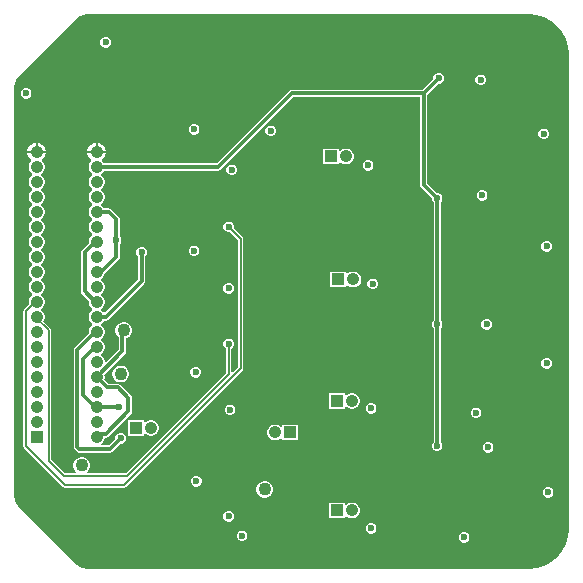
<source format=gbl>
G04*
G04 #@! TF.GenerationSoftware,Altium Limited,Altium Designer,23.3.1 (30)*
G04*
G04 Layer_Physical_Order=4*
G04 Layer_Color=16711680*
%FSLAX24Y24*%
%MOIN*%
G70*
G04*
G04 #@! TF.SameCoordinates,2879F4B0-5C84-431D-B3E2-9D7652F484AD*
G04*
G04*
G04 #@! TF.FilePolarity,Positive*
G04*
G01*
G75*
%ADD34C,0.0120*%
%ADD36C,0.0059*%
%ADD37C,0.0430*%
%ADD38R,0.0413X0.0413*%
%ADD39C,0.0413*%
%ADD40R,0.0413X0.0413*%
%ADD41C,0.0236*%
G36*
X17637Y18726D02*
X17811Y18680D01*
X17978Y18611D01*
X18134Y18520D01*
X18278Y18410D01*
X18405Y18283D01*
X18515Y18139D01*
X18606Y17983D01*
X18675Y17816D01*
X18722Y17641D01*
X18745Y17462D01*
Y17372D01*
Y1624D01*
Y1534D01*
X18722Y1355D01*
X18675Y1180D01*
X18606Y1013D01*
X18515Y857D01*
X18405Y714D01*
X18278Y586D01*
X18134Y476D01*
X17978Y386D01*
X17811Y316D01*
X17637Y270D01*
X17458Y246D01*
X2675D01*
X2560Y269D01*
X2453Y313D01*
X2356Y378D01*
X2315Y419D01*
X414Y2320D01*
X373Y2361D01*
X308Y2458D01*
X264Y2565D01*
X241Y2679D01*
Y2738D01*
Y16258D01*
Y16317D01*
X264Y16431D01*
X308Y16538D01*
X373Y16635D01*
X414Y16676D01*
Y16676D01*
X2315Y18577D01*
X2356Y18618D01*
X2453Y18683D01*
X2560Y18727D01*
X2675Y18750D01*
X2733D01*
Y18750D01*
X17458D01*
X17637Y18726D01*
D02*
G37*
%LPC*%
G36*
X3335Y17977D02*
X3265D01*
X3200Y17950D01*
X3150Y17900D01*
X3123Y17835D01*
Y17765D01*
X3150Y17700D01*
X3200Y17650D01*
X3265Y17623D01*
X3335D01*
X3400Y17650D01*
X3450Y17700D01*
X3477Y17765D01*
Y17835D01*
X3450Y17900D01*
X3400Y17950D01*
X3335Y17977D01*
D02*
G37*
G36*
X15835Y16727D02*
X15765D01*
X15700Y16700D01*
X15650Y16650D01*
X15623Y16585D01*
Y16515D01*
X15650Y16450D01*
X15700Y16400D01*
X15765Y16373D01*
X15835D01*
X15900Y16400D01*
X15950Y16450D01*
X15977Y16515D01*
Y16585D01*
X15950Y16650D01*
X15900Y16700D01*
X15835Y16727D01*
D02*
G37*
G36*
X685Y16277D02*
X615D01*
X550Y16250D01*
X500Y16200D01*
X473Y16135D01*
Y16065D01*
X500Y16000D01*
X550Y15950D01*
X615Y15923D01*
X685D01*
X750Y15950D01*
X800Y16000D01*
X827Y16065D01*
Y16135D01*
X800Y16200D01*
X750Y16250D01*
X685Y16277D01*
D02*
G37*
G36*
X6285Y15077D02*
X6215D01*
X6150Y15050D01*
X6100Y15000D01*
X6073Y14935D01*
Y14865D01*
X6100Y14800D01*
X6150Y14750D01*
X6215Y14723D01*
X6285D01*
X6350Y14750D01*
X6400Y14800D01*
X6427Y14865D01*
Y14935D01*
X6400Y15000D01*
X6350Y15050D01*
X6285Y15077D01*
D02*
G37*
G36*
X8835Y15027D02*
X8765D01*
X8700Y15000D01*
X8650Y14950D01*
X8623Y14885D01*
Y14815D01*
X8650Y14750D01*
X8700Y14700D01*
X8765Y14673D01*
X8835D01*
X8900Y14700D01*
X8950Y14750D01*
X8977Y14815D01*
Y14885D01*
X8950Y14950D01*
X8900Y15000D01*
X8835Y15027D01*
D02*
G37*
G36*
X17935Y14927D02*
X17865D01*
X17800Y14900D01*
X17750Y14850D01*
X17723Y14785D01*
Y14715D01*
X17750Y14650D01*
X17800Y14600D01*
X17865Y14573D01*
X17935D01*
X18000Y14600D01*
X18050Y14650D01*
X18077Y14715D01*
Y14785D01*
X18050Y14850D01*
X18000Y14900D01*
X17935Y14927D01*
D02*
G37*
G36*
X11335Y14266D02*
X11265D01*
X11197Y14248D01*
X11137Y14213D01*
X11116Y14192D01*
X11066Y14212D01*
Y14266D01*
X10534D01*
Y13734D01*
X11066D01*
Y13788D01*
X11116Y13808D01*
X11137Y13787D01*
X11197Y13752D01*
X11265Y13734D01*
X11335D01*
X11403Y13752D01*
X11463Y13787D01*
X11513Y13837D01*
X11548Y13897D01*
X11566Y13965D01*
Y14035D01*
X11548Y14103D01*
X11513Y14163D01*
X11463Y14213D01*
X11403Y14248D01*
X11335Y14266D01*
D02*
G37*
G36*
X3040Y14457D02*
X3030D01*
Y14180D01*
X3307D01*
Y14190D01*
X3286Y14268D01*
X3245Y14338D01*
X3188Y14395D01*
X3118Y14436D01*
X3040Y14457D01*
D02*
G37*
G36*
X1040D02*
X1030D01*
Y14180D01*
X1307D01*
Y14190D01*
X1286Y14268D01*
X1245Y14338D01*
X1188Y14395D01*
X1118Y14436D01*
X1040Y14457D01*
D02*
G37*
G36*
X970D02*
X960D01*
X882Y14436D01*
X812Y14395D01*
X755Y14338D01*
X714Y14268D01*
X693Y14190D01*
Y14180D01*
X970D01*
Y14457D01*
D02*
G37*
G36*
X2970D02*
X2960D01*
X2882Y14436D01*
X2812Y14395D01*
X2755Y14338D01*
X2714Y14268D01*
X2693Y14190D01*
Y14180D01*
X2970D01*
Y14457D01*
D02*
G37*
G36*
X12085Y13877D02*
X12015D01*
X11950Y13850D01*
X11900Y13800D01*
X11873Y13735D01*
Y13665D01*
X11900Y13600D01*
X11950Y13550D01*
X12015Y13523D01*
X12085D01*
X12150Y13550D01*
X12200Y13600D01*
X12227Y13665D01*
Y13735D01*
X12200Y13800D01*
X12150Y13850D01*
X12085Y13877D01*
D02*
G37*
G36*
X7535Y13727D02*
X7465D01*
X7400Y13700D01*
X7350Y13650D01*
X7323Y13585D01*
Y13515D01*
X7350Y13450D01*
X7400Y13400D01*
X7465Y13373D01*
X7535D01*
X7600Y13400D01*
X7650Y13450D01*
X7677Y13515D01*
Y13585D01*
X7650Y13650D01*
X7600Y13700D01*
X7535Y13727D01*
D02*
G37*
G36*
X15885Y12877D02*
X15815D01*
X15750Y12850D01*
X15700Y12800D01*
X15673Y12735D01*
Y12665D01*
X15700Y12600D01*
X15750Y12550D01*
X15815Y12523D01*
X15885D01*
X15950Y12550D01*
X16000Y12600D01*
X16027Y12665D01*
Y12735D01*
X16000Y12800D01*
X15950Y12850D01*
X15885Y12877D01*
D02*
G37*
G36*
X18035Y11177D02*
X17965D01*
X17900Y11150D01*
X17850Y11100D01*
X17823Y11035D01*
Y10965D01*
X17850Y10900D01*
X17900Y10850D01*
X17965Y10823D01*
X18035D01*
X18100Y10850D01*
X18150Y10900D01*
X18177Y10965D01*
Y11035D01*
X18150Y11100D01*
X18100Y11150D01*
X18035Y11177D01*
D02*
G37*
G36*
X6285Y11027D02*
X6215D01*
X6150Y11000D01*
X6100Y10950D01*
X6073Y10885D01*
Y10815D01*
X6100Y10750D01*
X6150Y10700D01*
X6215Y10673D01*
X6285D01*
X6350Y10700D01*
X6400Y10750D01*
X6427Y10815D01*
Y10885D01*
X6400Y10950D01*
X6350Y11000D01*
X6285Y11027D01*
D02*
G37*
G36*
X11585Y10166D02*
X11515D01*
X11447Y10148D01*
X11387Y10113D01*
X11366Y10092D01*
X11316Y10112D01*
Y10166D01*
X10784D01*
Y9634D01*
X11316D01*
Y9688D01*
X11366Y9708D01*
X11387Y9687D01*
X11447Y9652D01*
X11515Y9634D01*
X11585D01*
X11653Y9652D01*
X11713Y9687D01*
X11763Y9737D01*
X11798Y9797D01*
X11816Y9865D01*
Y9935D01*
X11798Y10003D01*
X11763Y10063D01*
X11713Y10113D01*
X11653Y10148D01*
X11585Y10166D01*
D02*
G37*
G36*
X12235Y9927D02*
X12165D01*
X12100Y9900D01*
X12050Y9850D01*
X12023Y9785D01*
Y9715D01*
X12050Y9650D01*
X12100Y9600D01*
X12165Y9573D01*
X12235D01*
X12300Y9600D01*
X12350Y9650D01*
X12377Y9715D01*
Y9785D01*
X12350Y9850D01*
X12300Y9900D01*
X12235Y9927D01*
D02*
G37*
G36*
X7435Y9777D02*
X7365D01*
X7300Y9750D01*
X7250Y9700D01*
X7223Y9635D01*
Y9565D01*
X7250Y9500D01*
X7300Y9450D01*
X7365Y9423D01*
X7435D01*
X7500Y9450D01*
X7550Y9500D01*
X7577Y9565D01*
Y9635D01*
X7550Y9700D01*
X7500Y9750D01*
X7435Y9777D01*
D02*
G37*
G36*
X16035Y8577D02*
X15965D01*
X15900Y8550D01*
X15850Y8500D01*
X15823Y8435D01*
Y8365D01*
X15850Y8300D01*
X15900Y8250D01*
X15965Y8223D01*
X16035D01*
X16100Y8250D01*
X16150Y8300D01*
X16177Y8365D01*
Y8435D01*
X16150Y8500D01*
X16100Y8550D01*
X16035Y8577D01*
D02*
G37*
G36*
X18035Y7277D02*
X17965D01*
X17900Y7250D01*
X17850Y7200D01*
X17823Y7135D01*
Y7065D01*
X17850Y7000D01*
X17900Y6950D01*
X17965Y6923D01*
X18035D01*
X18100Y6950D01*
X18150Y7000D01*
X18177Y7065D01*
Y7135D01*
X18150Y7200D01*
X18100Y7250D01*
X18035Y7277D01*
D02*
G37*
G36*
X6339Y6981D02*
X6269D01*
X6204Y6954D01*
X6154Y6904D01*
X6127Y6839D01*
Y6769D01*
X6154Y6704D01*
X6204Y6654D01*
X6269Y6627D01*
X6339D01*
X6404Y6654D01*
X6454Y6704D01*
X6481Y6769D01*
Y6839D01*
X6454Y6904D01*
X6404Y6954D01*
X6339Y6981D01*
D02*
G37*
G36*
X3836Y7024D02*
X3764D01*
X3694Y7005D01*
X3632Y6969D01*
X3581Y6918D01*
X3545Y6856D01*
X3526Y6786D01*
Y6714D01*
X3545Y6644D01*
X3581Y6582D01*
X3632Y6531D01*
X3694Y6495D01*
X3764Y6476D01*
X3836D01*
X3906Y6495D01*
X3968Y6531D01*
X4019Y6582D01*
X4055Y6644D01*
X4074Y6714D01*
Y6786D01*
X4055Y6856D01*
X4019Y6918D01*
X3968Y6969D01*
X3906Y7005D01*
X3836Y7024D01*
D02*
G37*
G36*
X11535Y6116D02*
X11465D01*
X11397Y6098D01*
X11337Y6063D01*
X11316Y6042D01*
X11266Y6062D01*
Y6116D01*
X10734D01*
Y5584D01*
X11266D01*
Y5638D01*
X11316Y5658D01*
X11337Y5637D01*
X11397Y5602D01*
X11465Y5584D01*
X11535D01*
X11603Y5602D01*
X11663Y5637D01*
X11713Y5687D01*
X11748Y5747D01*
X11766Y5815D01*
Y5885D01*
X11748Y5953D01*
X11713Y6013D01*
X11663Y6063D01*
X11603Y6098D01*
X11535Y6116D01*
D02*
G37*
G36*
X12185Y5777D02*
X12115D01*
X12050Y5750D01*
X12000Y5700D01*
X11973Y5635D01*
Y5565D01*
X12000Y5500D01*
X12050Y5450D01*
X12115Y5423D01*
X12185D01*
X12250Y5450D01*
X12300Y5500D01*
X12327Y5565D01*
Y5635D01*
X12300Y5700D01*
X12250Y5750D01*
X12185Y5777D01*
D02*
G37*
G36*
X7485Y5727D02*
X7415D01*
X7350Y5700D01*
X7300Y5650D01*
X7273Y5585D01*
Y5515D01*
X7300Y5450D01*
X7350Y5400D01*
X7415Y5373D01*
X7485D01*
X7550Y5400D01*
X7600Y5450D01*
X7627Y5515D01*
Y5585D01*
X7600Y5650D01*
X7550Y5700D01*
X7485Y5727D01*
D02*
G37*
G36*
X15685Y5627D02*
X15615D01*
X15550Y5600D01*
X15500Y5550D01*
X15473Y5485D01*
Y5415D01*
X15500Y5350D01*
X15550Y5300D01*
X15615Y5273D01*
X15685D01*
X15750Y5300D01*
X15800Y5350D01*
X15827Y5415D01*
Y5485D01*
X15800Y5550D01*
X15750Y5600D01*
X15685Y5627D01*
D02*
G37*
G36*
X4835Y5216D02*
X4765D01*
X4697Y5198D01*
X4637Y5163D01*
X4616Y5142D01*
X4566Y5162D01*
Y5216D01*
X4034D01*
Y4684D01*
X4566D01*
Y4738D01*
X4616Y4758D01*
X4637Y4737D01*
X4697Y4702D01*
X4765Y4684D01*
X4835D01*
X4903Y4702D01*
X4963Y4737D01*
X5013Y4787D01*
X5048Y4847D01*
X5066Y4915D01*
Y4985D01*
X5048Y5053D01*
X5013Y5113D01*
X4963Y5163D01*
X4903Y5198D01*
X4835Y5216D01*
D02*
G37*
G36*
X9716Y5066D02*
X9184D01*
Y5012D01*
X9134Y4992D01*
X9113Y5013D01*
X9053Y5048D01*
X8985Y5066D01*
X8915D01*
X8847Y5048D01*
X8787Y5013D01*
X8737Y4963D01*
X8702Y4903D01*
X8684Y4835D01*
Y4765D01*
X8702Y4697D01*
X8737Y4637D01*
X8787Y4587D01*
X8847Y4552D01*
X8915Y4534D01*
X8985D01*
X9053Y4552D01*
X9113Y4587D01*
X9134Y4608D01*
X9184Y4588D01*
Y4534D01*
X9716D01*
Y5066D01*
D02*
G37*
G36*
X14435Y16777D02*
X14365D01*
X14300Y16750D01*
X14250Y16700D01*
X14223Y16635D01*
Y16595D01*
X13850Y16221D01*
X9500D01*
X9454Y16212D01*
X9414Y16186D01*
X9414Y16186D01*
X7000Y13771D01*
X3237D01*
X3213Y13813D01*
X3182Y13843D01*
X3186Y13903D01*
X3188Y13905D01*
X3245Y13962D01*
X3286Y14032D01*
X3307Y14110D01*
Y14120D01*
X3000D01*
X2693D01*
Y14110D01*
X2714Y14032D01*
X2755Y13962D01*
X2812Y13905D01*
X2814Y13903D01*
X2818Y13843D01*
X2787Y13813D01*
X2752Y13753D01*
X2734Y13685D01*
Y13615D01*
X2752Y13547D01*
X2787Y13487D01*
X2837Y13437D01*
X2852Y13429D01*
Y13371D01*
X2837Y13363D01*
X2787Y13313D01*
X2752Y13253D01*
X2734Y13185D01*
Y13115D01*
X2752Y13047D01*
X2787Y12987D01*
X2837Y12937D01*
X2852Y12929D01*
Y12871D01*
X2837Y12863D01*
X2787Y12813D01*
X2752Y12753D01*
X2734Y12685D01*
Y12615D01*
X2752Y12547D01*
X2787Y12487D01*
X2837Y12437D01*
X2852Y12429D01*
Y12371D01*
X2837Y12363D01*
X2787Y12313D01*
X2752Y12253D01*
X2734Y12185D01*
Y12115D01*
X2752Y12047D01*
X2787Y11987D01*
X2837Y11937D01*
X2852Y11929D01*
Y11871D01*
X2837Y11863D01*
X2787Y11813D01*
X2752Y11753D01*
X2734Y11685D01*
Y11615D01*
X2752Y11547D01*
X2787Y11487D01*
X2837Y11437D01*
X2852Y11429D01*
Y11371D01*
X2837Y11363D01*
X2787Y11313D01*
X2752Y11253D01*
X2734Y11185D01*
Y11115D01*
X2736Y11108D01*
X2514Y10886D01*
X2488Y10846D01*
X2479Y10800D01*
X2479Y10800D01*
Y9500D01*
X2479Y9500D01*
X2488Y9454D01*
X2514Y9414D01*
X2736Y9192D01*
X2734Y9185D01*
Y9115D01*
X2752Y9047D01*
X2787Y8987D01*
X2837Y8937D01*
X2852Y8929D01*
Y8871D01*
X2837Y8863D01*
X2787Y8813D01*
X2752Y8753D01*
X2734Y8685D01*
Y8615D01*
X2752Y8547D01*
X2787Y8487D01*
X2837Y8437D01*
X2852Y8429D01*
Y8371D01*
X2837Y8363D01*
X2787Y8313D01*
X2752Y8253D01*
X2734Y8185D01*
Y8115D01*
X2736Y8108D01*
X2264Y7636D01*
X2238Y7596D01*
X2229Y7550D01*
X2229Y7550D01*
Y4320D01*
X2229Y4320D01*
X2238Y4274D01*
X2264Y4234D01*
X2334Y4164D01*
X2334Y4164D01*
X2374Y4138D01*
X2420Y4129D01*
X2420Y4129D01*
X3450D01*
X3450Y4129D01*
X3496Y4138D01*
X3536Y4164D01*
X3794Y4423D01*
X3835D01*
X3900Y4450D01*
X3950Y4500D01*
X3977Y4565D01*
Y4635D01*
X3950Y4700D01*
X3900Y4750D01*
X3835Y4777D01*
X3765D01*
X3700Y4750D01*
X3650Y4700D01*
X3623Y4635D01*
Y4595D01*
X3400Y4371D01*
X3149D01*
X3136Y4421D01*
X3163Y4437D01*
X3213Y4487D01*
X3248Y4547D01*
X3266Y4615D01*
X3300Y4629D01*
X3346Y4638D01*
X3386Y4664D01*
X4136Y5414D01*
X4136Y5414D01*
X4162Y5454D01*
X4171Y5500D01*
Y5950D01*
X4171Y5950D01*
X4162Y5996D01*
X4136Y6036D01*
X4136Y6036D01*
X3786Y6386D01*
X3746Y6412D01*
X3700Y6421D01*
X3700Y6421D01*
X3400D01*
X3253Y6568D01*
X3266Y6615D01*
Y6685D01*
X3253Y6732D01*
X3936Y7414D01*
X3936Y7414D01*
X3962Y7454D01*
X3971Y7500D01*
X3971Y7500D01*
Y7935D01*
X4006Y7945D01*
X4068Y7981D01*
X4119Y8032D01*
X4155Y8094D01*
X4174Y8164D01*
Y8236D01*
X4155Y8306D01*
X4119Y8368D01*
X4068Y8419D01*
X4006Y8455D01*
X3936Y8474D01*
X3864D01*
X3794Y8455D01*
X3732Y8419D01*
X3681Y8368D01*
X3645Y8306D01*
X3626Y8236D01*
Y8164D01*
X3645Y8094D01*
X3681Y8032D01*
X3729Y7984D01*
Y7550D01*
X3316Y7137D01*
X3266Y7158D01*
Y7185D01*
X3248Y7253D01*
X3213Y7313D01*
X3163Y7363D01*
X3148Y7371D01*
Y7429D01*
X3163Y7437D01*
X3213Y7487D01*
X3248Y7547D01*
X3266Y7615D01*
Y7685D01*
X3248Y7753D01*
X3213Y7813D01*
X3163Y7863D01*
X3148Y7871D01*
Y7929D01*
X3163Y7937D01*
X3213Y7987D01*
X3248Y8047D01*
X3266Y8115D01*
Y8185D01*
X3248Y8253D01*
X3213Y8313D01*
X3163Y8363D01*
X3148Y8371D01*
Y8429D01*
X3163Y8437D01*
X3213Y8487D01*
X3237Y8529D01*
X3300D01*
X3300Y8529D01*
X3346Y8538D01*
X3386Y8564D01*
X4586Y9764D01*
X4586Y9764D01*
X4612Y9804D01*
X4621Y9850D01*
Y10671D01*
X4650Y10700D01*
X4677Y10765D01*
Y10835D01*
X4650Y10900D01*
X4600Y10950D01*
X4535Y10977D01*
X4465D01*
X4400Y10950D01*
X4350Y10900D01*
X4323Y10835D01*
Y10765D01*
X4350Y10700D01*
X4379Y10671D01*
Y9900D01*
X3278Y8800D01*
X3216Y8808D01*
X3213Y8813D01*
X3163Y8863D01*
X3148Y8871D01*
Y8929D01*
X3163Y8937D01*
X3213Y8987D01*
X3248Y9047D01*
X3266Y9115D01*
Y9185D01*
X3248Y9253D01*
X3213Y9313D01*
X3163Y9363D01*
X3148Y9371D01*
Y9429D01*
X3163Y9437D01*
X3213Y9487D01*
X3248Y9547D01*
X3266Y9615D01*
Y9685D01*
X3248Y9753D01*
X3213Y9813D01*
X3163Y9863D01*
X3148Y9871D01*
Y9929D01*
X3163Y9937D01*
X3213Y9987D01*
X3248Y10047D01*
X3258Y10086D01*
X3736Y10564D01*
X3736Y10564D01*
X3762Y10604D01*
X3771Y10650D01*
X3771Y10650D01*
Y11071D01*
X3800Y11100D01*
X3827Y11165D01*
Y11235D01*
X3800Y11300D01*
X3771Y11329D01*
Y11900D01*
X3762Y11946D01*
X3736Y11986D01*
X3736Y11986D01*
X3486Y12236D01*
X3446Y12262D01*
X3400Y12271D01*
X3400Y12271D01*
X3237D01*
X3213Y12313D01*
X3163Y12363D01*
X3148Y12371D01*
Y12429D01*
X3163Y12437D01*
X3213Y12487D01*
X3248Y12547D01*
X3266Y12615D01*
Y12685D01*
X3248Y12753D01*
X3213Y12813D01*
X3163Y12863D01*
X3148Y12871D01*
Y12929D01*
X3163Y12937D01*
X3213Y12987D01*
X3248Y13047D01*
X3266Y13115D01*
Y13185D01*
X3248Y13253D01*
X3213Y13313D01*
X3163Y13363D01*
X3148Y13371D01*
Y13429D01*
X3163Y13437D01*
X3213Y13487D01*
X3237Y13529D01*
X7050D01*
X7050Y13529D01*
X7096Y13538D01*
X7136Y13564D01*
X9550Y15979D01*
X13779D01*
Y13050D01*
X13779Y13050D01*
X13788Y13004D01*
X13814Y12964D01*
X14173Y12606D01*
Y12565D01*
X14200Y12500D01*
X14229Y12471D01*
Y8529D01*
X14200Y8500D01*
X14173Y8435D01*
Y8365D01*
X14200Y8300D01*
X14229Y8271D01*
Y4479D01*
X14200Y4450D01*
X14173Y4385D01*
Y4315D01*
X14200Y4250D01*
X14250Y4200D01*
X14315Y4173D01*
X14385D01*
X14450Y4200D01*
X14500Y4250D01*
X14527Y4315D01*
Y4385D01*
X14500Y4450D01*
X14471Y4479D01*
Y8271D01*
X14500Y8300D01*
X14527Y8365D01*
Y8435D01*
X14500Y8500D01*
X14471Y8529D01*
Y12471D01*
X14500Y12500D01*
X14527Y12565D01*
Y12635D01*
X14500Y12700D01*
X14450Y12750D01*
X14385Y12777D01*
X14345D01*
X14021Y13100D01*
Y16050D01*
X14395Y16423D01*
X14435D01*
X14500Y16450D01*
X14550Y16500D01*
X14577Y16565D01*
Y16635D01*
X14550Y16700D01*
X14500Y16750D01*
X14435Y16777D01*
D02*
G37*
G36*
X16085Y4477D02*
X16015D01*
X15950Y4450D01*
X15900Y4400D01*
X15873Y4335D01*
Y4265D01*
X15900Y4200D01*
X15950Y4150D01*
X16015Y4123D01*
X16085D01*
X16150Y4150D01*
X16200Y4200D01*
X16227Y4265D01*
Y4335D01*
X16200Y4400D01*
X16150Y4450D01*
X16085Y4477D01*
D02*
G37*
G36*
X6360Y3352D02*
X6290D01*
X6225Y3325D01*
X6175Y3275D01*
X6148Y3210D01*
Y3140D01*
X6175Y3075D01*
X6225Y3025D01*
X6290Y2998D01*
X6360D01*
X6425Y3025D01*
X6475Y3075D01*
X6502Y3140D01*
Y3210D01*
X6475Y3275D01*
X6425Y3325D01*
X6360Y3352D01*
D02*
G37*
G36*
X1307Y14120D02*
X1000D01*
X693D01*
Y14110D01*
X714Y14032D01*
X755Y13962D01*
X812Y13905D01*
X814Y13903D01*
X818Y13843D01*
X787Y13813D01*
X752Y13753D01*
X734Y13685D01*
Y13615D01*
X752Y13547D01*
X787Y13487D01*
X837Y13437D01*
X852Y13429D01*
Y13371D01*
X837Y13363D01*
X787Y13313D01*
X752Y13253D01*
X734Y13185D01*
Y13115D01*
X752Y13047D01*
X787Y12987D01*
X837Y12937D01*
X852Y12929D01*
Y12871D01*
X837Y12863D01*
X787Y12813D01*
X752Y12753D01*
X734Y12685D01*
Y12615D01*
X752Y12547D01*
X787Y12487D01*
X837Y12437D01*
X852Y12429D01*
Y12371D01*
X837Y12363D01*
X787Y12313D01*
X752Y12253D01*
X734Y12185D01*
Y12115D01*
X752Y12047D01*
X787Y11987D01*
X837Y11937D01*
X852Y11929D01*
Y11871D01*
X837Y11863D01*
X787Y11813D01*
X752Y11753D01*
X734Y11685D01*
Y11615D01*
X752Y11547D01*
X787Y11487D01*
X837Y11437D01*
X852Y11429D01*
Y11371D01*
X837Y11363D01*
X787Y11313D01*
X752Y11253D01*
X734Y11185D01*
Y11115D01*
X752Y11047D01*
X787Y10987D01*
X837Y10937D01*
X852Y10929D01*
Y10871D01*
X837Y10863D01*
X787Y10813D01*
X752Y10753D01*
X734Y10685D01*
Y10615D01*
X752Y10547D01*
X787Y10487D01*
X837Y10437D01*
X852Y10429D01*
Y10371D01*
X837Y10363D01*
X787Y10313D01*
X752Y10253D01*
X734Y10185D01*
Y10115D01*
X752Y10047D01*
X787Y9987D01*
X837Y9937D01*
X852Y9929D01*
Y9871D01*
X837Y9863D01*
X787Y9813D01*
X752Y9753D01*
X734Y9685D01*
Y9615D01*
X752Y9547D01*
X787Y9487D01*
X837Y9437D01*
X852Y9429D01*
Y9371D01*
X837Y9363D01*
X787Y9313D01*
X752Y9253D01*
X734Y9185D01*
Y9115D01*
X745Y9073D01*
X586Y8914D01*
X567Y8885D01*
X560Y8850D01*
Y4350D01*
X567Y4315D01*
X586Y4286D01*
X1886Y2986D01*
X1915Y2967D01*
X1950Y2960D01*
X1950Y2960D01*
X3900D01*
X3935Y2967D01*
X3964Y2986D01*
X7864Y6886D01*
X7883Y6915D01*
X7890Y6950D01*
Y11250D01*
X7883Y11285D01*
X7864Y11314D01*
X7864Y11314D01*
X7573Y11605D01*
X7577Y11615D01*
Y11685D01*
X7550Y11750D01*
X7500Y11800D01*
X7435Y11827D01*
X7365D01*
X7300Y11800D01*
X7250Y11750D01*
X7223Y11685D01*
Y11615D01*
X7250Y11550D01*
X7300Y11500D01*
X7365Y11473D01*
X7435D01*
X7445Y11477D01*
X7710Y11213D01*
Y6987D01*
X7537Y6814D01*
X7490Y6833D01*
Y7596D01*
X7500Y7600D01*
X7550Y7650D01*
X7577Y7715D01*
Y7785D01*
X7550Y7850D01*
X7500Y7900D01*
X7435Y7927D01*
X7365D01*
X7300Y7900D01*
X7250Y7850D01*
X7223Y7785D01*
Y7715D01*
X7250Y7650D01*
X7300Y7600D01*
X7310Y7596D01*
Y6787D01*
X3963Y3440D01*
X2696D01*
X2689Y3450D01*
X2678Y3490D01*
X2719Y3532D01*
X2755Y3594D01*
X2774Y3664D01*
Y3736D01*
X2755Y3806D01*
X2719Y3868D01*
X2668Y3919D01*
X2606Y3955D01*
X2536Y3974D01*
X2464D01*
X2394Y3955D01*
X2332Y3919D01*
X2281Y3868D01*
X2245Y3806D01*
X2226Y3736D01*
Y3664D01*
X2245Y3594D01*
X2281Y3532D01*
X2322Y3490D01*
X2311Y3450D01*
X2304Y3440D01*
X1937D01*
X1490Y3887D01*
Y8200D01*
X1483Y8235D01*
X1464Y8264D01*
X1223Y8505D01*
X1248Y8547D01*
X1266Y8615D01*
Y8685D01*
X1248Y8753D01*
X1213Y8813D01*
X1163Y8863D01*
X1148Y8871D01*
Y8929D01*
X1163Y8937D01*
X1213Y8987D01*
X1248Y9047D01*
X1266Y9115D01*
Y9185D01*
X1248Y9253D01*
X1213Y9313D01*
X1163Y9363D01*
X1148Y9371D01*
Y9429D01*
X1163Y9437D01*
X1213Y9487D01*
X1248Y9547D01*
X1266Y9615D01*
Y9685D01*
X1248Y9753D01*
X1213Y9813D01*
X1163Y9863D01*
X1148Y9871D01*
Y9929D01*
X1163Y9937D01*
X1213Y9987D01*
X1248Y10047D01*
X1266Y10115D01*
Y10185D01*
X1248Y10253D01*
X1213Y10313D01*
X1163Y10363D01*
X1148Y10371D01*
Y10429D01*
X1163Y10437D01*
X1213Y10487D01*
X1248Y10547D01*
X1266Y10615D01*
Y10685D01*
X1248Y10753D01*
X1213Y10813D01*
X1163Y10863D01*
X1148Y10871D01*
Y10929D01*
X1163Y10937D01*
X1213Y10987D01*
X1248Y11047D01*
X1266Y11115D01*
Y11185D01*
X1248Y11253D01*
X1213Y11313D01*
X1163Y11363D01*
X1148Y11371D01*
Y11429D01*
X1163Y11437D01*
X1213Y11487D01*
X1248Y11547D01*
X1266Y11615D01*
Y11685D01*
X1248Y11753D01*
X1213Y11813D01*
X1163Y11863D01*
X1148Y11871D01*
Y11929D01*
X1163Y11937D01*
X1213Y11987D01*
X1248Y12047D01*
X1266Y12115D01*
Y12185D01*
X1248Y12253D01*
X1213Y12313D01*
X1163Y12363D01*
X1148Y12371D01*
Y12429D01*
X1163Y12437D01*
X1213Y12487D01*
X1248Y12547D01*
X1266Y12615D01*
Y12685D01*
X1248Y12753D01*
X1213Y12813D01*
X1163Y12863D01*
X1148Y12871D01*
Y12929D01*
X1163Y12937D01*
X1213Y12987D01*
X1248Y13047D01*
X1266Y13115D01*
Y13185D01*
X1248Y13253D01*
X1213Y13313D01*
X1163Y13363D01*
X1148Y13371D01*
Y13429D01*
X1163Y13437D01*
X1213Y13487D01*
X1248Y13547D01*
X1266Y13615D01*
Y13685D01*
X1248Y13753D01*
X1213Y13813D01*
X1182Y13843D01*
X1186Y13903D01*
X1188Y13905D01*
X1245Y13962D01*
X1286Y14032D01*
X1307Y14110D01*
Y14120D01*
D02*
G37*
G36*
X8636Y3174D02*
X8564D01*
X8494Y3155D01*
X8432Y3119D01*
X8381Y3068D01*
X8345Y3006D01*
X8326Y2936D01*
Y2864D01*
X8345Y2794D01*
X8381Y2732D01*
X8432Y2681D01*
X8494Y2645D01*
X8564Y2626D01*
X8636D01*
X8706Y2645D01*
X8768Y2681D01*
X8819Y2732D01*
X8855Y2794D01*
X8874Y2864D01*
Y2936D01*
X8855Y3006D01*
X8819Y3068D01*
X8768Y3119D01*
X8706Y3155D01*
X8636Y3174D01*
D02*
G37*
G36*
X18085Y2977D02*
X18015D01*
X17950Y2950D01*
X17900Y2900D01*
X17873Y2835D01*
Y2765D01*
X17900Y2700D01*
X17950Y2650D01*
X18015Y2623D01*
X18085D01*
X18150Y2650D01*
X18200Y2700D01*
X18227Y2765D01*
Y2835D01*
X18200Y2900D01*
X18150Y2950D01*
X18085Y2977D01*
D02*
G37*
G36*
X11535Y2466D02*
X11465D01*
X11397Y2448D01*
X11337Y2413D01*
X11316Y2392D01*
X11266Y2412D01*
Y2466D01*
X10734D01*
Y1934D01*
X11266D01*
Y1988D01*
X11316Y2008D01*
X11337Y1987D01*
X11397Y1952D01*
X11465Y1934D01*
X11535D01*
X11603Y1952D01*
X11663Y1987D01*
X11713Y2037D01*
X11748Y2097D01*
X11766Y2165D01*
Y2235D01*
X11748Y2303D01*
X11713Y2363D01*
X11663Y2413D01*
X11603Y2448D01*
X11535Y2466D01*
D02*
G37*
G36*
X7435Y2177D02*
X7365D01*
X7300Y2150D01*
X7250Y2100D01*
X7223Y2035D01*
Y1965D01*
X7250Y1900D01*
X7300Y1850D01*
X7365Y1823D01*
X7435D01*
X7500Y1850D01*
X7550Y1900D01*
X7577Y1965D01*
Y2035D01*
X7550Y2100D01*
X7500Y2150D01*
X7435Y2177D01*
D02*
G37*
G36*
X12185Y1777D02*
X12115D01*
X12050Y1750D01*
X12000Y1700D01*
X11973Y1635D01*
Y1565D01*
X12000Y1500D01*
X12050Y1450D01*
X12115Y1423D01*
X12185D01*
X12250Y1450D01*
X12300Y1500D01*
X12327Y1565D01*
Y1635D01*
X12300Y1700D01*
X12250Y1750D01*
X12185Y1777D01*
D02*
G37*
G36*
X7885Y1527D02*
X7815D01*
X7750Y1500D01*
X7700Y1450D01*
X7673Y1385D01*
Y1315D01*
X7700Y1250D01*
X7750Y1200D01*
X7815Y1173D01*
X7885D01*
X7950Y1200D01*
X8000Y1250D01*
X8027Y1315D01*
Y1385D01*
X8000Y1450D01*
X7950Y1500D01*
X7885Y1527D01*
D02*
G37*
G36*
X15285Y1477D02*
X15215D01*
X15150Y1450D01*
X15100Y1400D01*
X15073Y1335D01*
Y1265D01*
X15100Y1200D01*
X15150Y1150D01*
X15215Y1123D01*
X15285D01*
X15350Y1150D01*
X15400Y1200D01*
X15427Y1265D01*
Y1335D01*
X15400Y1400D01*
X15350Y1450D01*
X15285Y1477D01*
D02*
G37*
%LPD*%
D34*
X3700Y6300D02*
X4050Y5950D01*
X3350Y6300D02*
X3700D01*
X3000Y6650D02*
X3350Y6300D01*
X4050Y5500D02*
Y5950D01*
X3300Y4750D02*
X4050Y5500D01*
X14350Y8400D02*
Y12600D01*
Y4350D02*
Y8400D01*
X13900Y13050D02*
X14350Y12600D01*
X13900Y13050D02*
Y16100D01*
X14400Y16600D01*
X3000Y8650D02*
X3300D01*
X2950D02*
X3000D01*
X3179Y4750D02*
X3300D01*
X3079Y4650D02*
X3179Y4750D01*
X3000Y4650D02*
X3079D01*
X3000Y5650D02*
X3750D01*
X2950D02*
X3000D01*
Y6650D02*
X3850Y7500D01*
Y8200D01*
X2600Y9500D02*
Y10800D01*
Y9500D02*
X2950Y9150D01*
X2600Y10800D02*
X2950Y11150D01*
X3650Y11200D02*
Y11900D01*
X3400Y12150D02*
X3650Y11900D01*
X2950Y12150D02*
X3400D01*
X2550Y6050D02*
X2950Y5650D01*
X2550Y6050D02*
Y7250D01*
X2950Y7650D01*
X2420Y4250D02*
X3450D01*
X2350Y4320D02*
X2420Y4250D01*
X2350Y7550D02*
X2950Y8150D01*
X2350Y4320D02*
Y7550D01*
X3450Y4250D02*
X3800Y4600D01*
X9500Y16100D02*
X13900D01*
X7050Y13650D02*
X9500Y16100D01*
X2950Y13650D02*
X7050D01*
X2950Y10150D02*
X3150D01*
X3650Y10650D02*
Y11200D01*
X3300Y8650D02*
X4500Y9850D01*
Y10800D01*
X3150Y10150D02*
X3650Y10650D01*
D36*
X1400Y3850D02*
Y8200D01*
X1900Y3350D02*
X4000D01*
X1400Y3850D02*
X1900Y3350D01*
X4000D02*
X7400Y6750D01*
X650Y4350D02*
X1950Y3050D01*
X3900D02*
X7800Y6950D01*
X1950Y3050D02*
X3900D01*
X7800Y6950D02*
Y11250D01*
X7400Y11650D02*
X7800Y11250D01*
X7400Y6750D02*
Y7750D01*
X650Y4350D02*
Y8850D01*
X950Y8650D02*
X1400Y8200D01*
X650Y8850D02*
X950Y9150D01*
D37*
X3900Y8200D02*
D03*
X3800Y6750D02*
D03*
X2500Y3700D02*
D03*
X8600Y2900D02*
D03*
D38*
X11000Y2200D02*
D03*
X11050Y9900D02*
D03*
X11000Y5850D02*
D03*
X10800Y14000D02*
D03*
X9450Y4800D02*
D03*
X4300Y4950D02*
D03*
D39*
X11500Y2200D02*
D03*
X11550Y9900D02*
D03*
X11500Y5850D02*
D03*
X11300Y14000D02*
D03*
X8950Y4800D02*
D03*
X4800Y4950D02*
D03*
X3000Y4650D02*
D03*
X1000Y5150D02*
D03*
X3000D02*
D03*
X1000Y5650D02*
D03*
X3000D02*
D03*
X1000Y6150D02*
D03*
X3000D02*
D03*
X1000Y6650D02*
D03*
X3000D02*
D03*
X1000Y7150D02*
D03*
X3000D02*
D03*
X1000Y7650D02*
D03*
X3000D02*
D03*
X1000Y8150D02*
D03*
X3000D02*
D03*
X1000Y8650D02*
D03*
X3000D02*
D03*
X1000Y9150D02*
D03*
X3000D02*
D03*
X1000Y9650D02*
D03*
X3000D02*
D03*
X1000Y10150D02*
D03*
X3000D02*
D03*
X1000Y10650D02*
D03*
X3000D02*
D03*
X1000Y11150D02*
D03*
X3000D02*
D03*
X1000Y11650D02*
D03*
X3000D02*
D03*
X1000Y12150D02*
D03*
X3000D02*
D03*
X1000Y12650D02*
D03*
X3000D02*
D03*
X1000Y13150D02*
D03*
X3000D02*
D03*
X1000Y13650D02*
D03*
X3000D02*
D03*
X1000Y14150D02*
D03*
X3000D02*
D03*
D40*
X1000Y4650D02*
D03*
D41*
X18000Y18000D02*
D03*
Y15600D02*
D03*
X16800Y18000D02*
D03*
X17400Y16800D02*
D03*
X16800Y10800D02*
D03*
X17400Y9600D02*
D03*
Y4800D02*
D03*
X16800Y1200D02*
D03*
X15600Y18000D02*
D03*
Y8400D02*
D03*
X16200Y4800D02*
D03*
X14400Y18000D02*
D03*
Y13200D02*
D03*
X15000Y4800D02*
D03*
X13200Y18000D02*
D03*
X13800Y16800D02*
D03*
X13200Y15600D02*
D03*
Y13200D02*
D03*
Y10800D02*
D03*
Y8400D02*
D03*
X13800Y4800D02*
D03*
X13200Y3600D02*
D03*
X12000Y18000D02*
D03*
X12600Y16800D02*
D03*
X12000Y13200D02*
D03*
X12600Y4800D02*
D03*
X10800Y18000D02*
D03*
X11400Y16800D02*
D03*
X10800Y13200D02*
D03*
Y10800D02*
D03*
Y8400D02*
D03*
X11400Y4800D02*
D03*
X10800Y3600D02*
D03*
X9600Y18000D02*
D03*
X10200Y16800D02*
D03*
X9600Y13200D02*
D03*
Y8400D02*
D03*
X10200Y4800D02*
D03*
X8400Y18000D02*
D03*
X9000Y16800D02*
D03*
Y2400D02*
D03*
X7200Y18000D02*
D03*
X7800Y16800D02*
D03*
X7200Y15600D02*
D03*
Y13200D02*
D03*
X7800Y12000D02*
D03*
X6000Y18000D02*
D03*
X6600Y16800D02*
D03*
X6000Y13200D02*
D03*
X6600Y7200D02*
D03*
X4800Y18000D02*
D03*
X5400Y16800D02*
D03*
X4800Y13200D02*
D03*
Y10800D02*
D03*
X5400Y7200D02*
D03*
X3600Y18000D02*
D03*
X4200Y16800D02*
D03*
X3600Y13200D02*
D03*
X2400Y18000D02*
D03*
X1800Y16800D02*
D03*
Y14400D02*
D03*
Y12000D02*
D03*
Y7200D02*
D03*
X650Y16100D02*
D03*
X3300Y17800D02*
D03*
X7400Y9600D02*
D03*
X7450Y5550D02*
D03*
X7400Y2000D02*
D03*
X18050Y2800D02*
D03*
X18000Y11000D02*
D03*
X17900Y14750D02*
D03*
X12150Y5600D02*
D03*
X12200Y9750D02*
D03*
X7500Y13550D02*
D03*
X12050Y13700D02*
D03*
X8800Y14850D02*
D03*
X15800Y16550D02*
D03*
X15850Y12700D02*
D03*
X16000Y8400D02*
D03*
X18000Y7100D02*
D03*
X15650Y5450D02*
D03*
X16050Y4300D02*
D03*
X15250Y1300D02*
D03*
X12150Y1600D02*
D03*
X7850Y1350D02*
D03*
X2230Y8357D02*
D03*
X8338Y10824D02*
D03*
X8700Y2300D02*
D03*
X14350Y4350D02*
D03*
Y8400D02*
D03*
Y12600D02*
D03*
X14400Y16600D02*
D03*
X7400Y11650D02*
D03*
X3750Y5650D02*
D03*
X3800Y4600D02*
D03*
X6250Y14900D02*
D03*
X7400Y7750D02*
D03*
X6250Y10850D02*
D03*
X6304Y6804D02*
D03*
X5550Y14900D02*
D03*
X9250Y13150D02*
D03*
X5600Y10900D02*
D03*
X5700Y6750D02*
D03*
X5350Y3150D02*
D03*
X3650Y11200D02*
D03*
X4500Y10800D02*
D03*
X6325Y3175D02*
D03*
M02*

</source>
